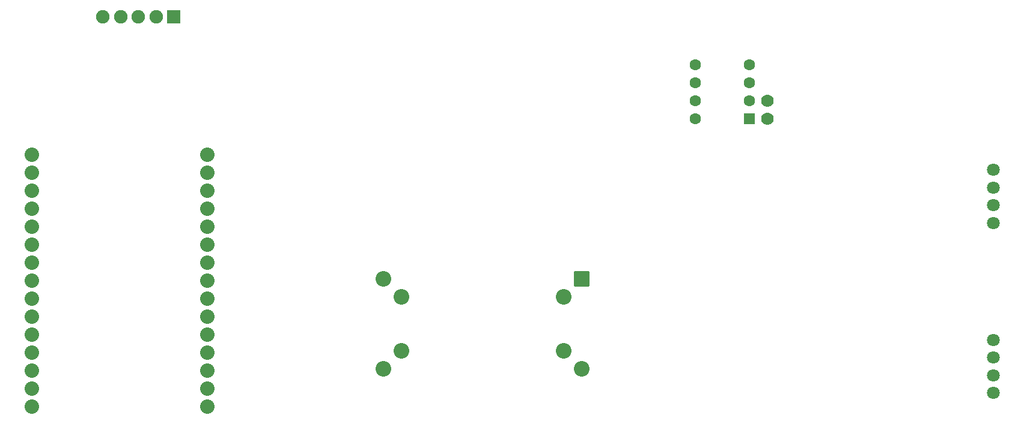
<source format=gbs>
G04 Layer: BottomSolderMaskLayer*
G04 EasyEDA v6.5.22, 2022-11-14 19:57:00*
G04 f0da57bd03cf490fa7de3f553d211417,61aeb1a5dc08497992730370c491a1bd,10*
G04 Gerber Generator version 0.2*
G04 Scale: 100 percent, Rotated: No, Reflected: No *
G04 Dimensions in millimeters *
G04 leading zeros omitted , absolute positions ,4 integer and 5 decimal *
%FSLAX45Y45*%
%MOMM*%

%AMMACRO1*1,1,$1,$2,$3*1,1,$1,$4,$5*1,1,$1,0-$2,0-$3*1,1,$1,0-$4,0-$5*20,1,$1,$2,$3,$4,$5,0*20,1,$1,$4,$5,0-$2,0-$3,0*20,1,$1,0-$2,0-$3,0-$4,0-$5,0*20,1,$1,0-$4,0-$5,$2,$3,0*4,1,4,$2,$3,$4,$5,0-$2,0-$3,0-$4,0-$5,$2,$3,0*%
%ADD10C,2.2032*%
%ADD11MACRO1,0.2032X1X1X-1X1*%
%ADD12C,2.0320*%
%ADD13C,1.8000*%
%ADD14MACRO1,0.1016X-0.75X-0.75X-0.75X0.75*%
%ADD15C,1.6016*%
%ADD16C,1.7780*%
%ADD17C,1.9016*%
%ADD18MACRO1,0.1016X0.9X-0.9X-0.9X-0.9*%

%LPD*%
D10*
G01*
X1143000Y-218998D03*
G01*
X-1143000Y-218998D03*
G01*
X1397000Y-1235989D03*
D11*
G01*
X1397000Y35991D03*
D10*
G01*
X1143000Y-980998D03*
G01*
X-1397000Y-1235989D03*
G01*
X-1397000Y35991D03*
G01*
X-1143000Y-980998D03*
D12*
G01*
X-6353987Y1786991D03*
G01*
X-6353987Y1532991D03*
G01*
X-6353987Y1278991D03*
G01*
X-6353987Y1024991D03*
G01*
X-6353987Y770991D03*
G01*
X-6353987Y516991D03*
G01*
X-6353987Y262991D03*
G01*
X-6353987Y8991D03*
G01*
X-6353987Y-245008D03*
G01*
X-6353987Y-499008D03*
G01*
X-6353987Y-753008D03*
G01*
X-6353987Y-1007008D03*
G01*
X-6353987Y-1261008D03*
G01*
X-6353987Y-1515008D03*
G01*
X-6353987Y-1769008D03*
G01*
X-3876979Y1786991D03*
G01*
X-3876979Y1532991D03*
G01*
X-3876979Y1278991D03*
G01*
X-3876979Y1024991D03*
G01*
X-3876979Y770991D03*
G01*
X-3876979Y516991D03*
G01*
X-3876979Y262991D03*
G01*
X-3876979Y8991D03*
G01*
X-3876979Y-245008D03*
G01*
X-3876979Y-499008D03*
G01*
X-3876979Y-753008D03*
G01*
X-3876979Y-1007008D03*
G01*
X-3876979Y-1261008D03*
G01*
X-3876979Y-1515008D03*
G01*
X-3876979Y-1769008D03*
D13*
G01*
X7199985Y1575003D03*
G01*
X7199985Y1324990D03*
G01*
X7199985Y1075004D03*
G01*
X7199985Y824992D03*
G01*
X7199985Y-824992D03*
G01*
X7199985Y-1075004D03*
G01*
X7199985Y-1324990D03*
G01*
X7199985Y-1575003D03*
D14*
G01*
X3759200Y2298700D03*
D15*
G01*
X3759200Y2552700D03*
G01*
X3759200Y2806700D03*
G01*
X3759200Y3060700D03*
G01*
X2997200Y2298700D03*
G01*
X2997200Y2552700D03*
G01*
X2997200Y2806700D03*
G01*
X2997200Y3060700D03*
D16*
G01*
X4013200Y2552700D03*
G01*
X4013200Y2298700D03*
D17*
G01*
X-4851400Y3733800D03*
G01*
X-4601413Y3733800D03*
D18*
G01*
X-4351400Y3733800D03*
D17*
G01*
X-5101412Y3733800D03*
G01*
X-5351398Y3733800D03*
M02*

</source>
